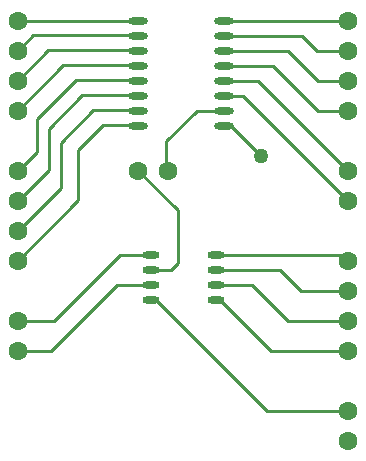
<source format=gtl>
G04*
G04 #@! TF.GenerationSoftware,Altium Limited,Altium Designer,18.1.9 (240)*
G04*
G04 Layer_Physical_Order=1*
G04 Layer_Color=255*
%FSLAX25Y25*%
%MOIN*%
G70*
G01*
G75*
%ADD12C,0.01000*%
%ADD15O,0.05709X0.02362*%
%ADD16O,0.06496X0.02362*%
%ADD21C,0.06299*%
%ADD22C,0.05000*%
D12*
X92776Y108405D02*
X99685Y101496D01*
X71358Y108405D02*
X92776D01*
X99685Y101496D02*
X115512D01*
X95512Y91496D02*
X115512D01*
X83602Y103405D02*
X95512Y91496D01*
X71358Y103405D02*
X83602D01*
X80492Y166516D02*
X115512Y131496D01*
X74114Y166516D02*
X80492D01*
X19685Y135669D02*
Y150847D01*
X5512Y121496D02*
X19685Y135669D01*
X15748Y155512D02*
X26831Y166595D01*
X15748Y141732D02*
Y155512D01*
X26831Y166595D02*
X45492D01*
X30433Y161594D02*
X45492D01*
X19685Y150847D02*
X30433Y161594D01*
X33858Y156595D02*
X45492D01*
X25591Y148327D02*
X33858Y156595D01*
X25591Y131574D02*
Y148327D01*
X58661Y110768D02*
Y128347D01*
X45512Y141496D02*
X58661Y128347D01*
X56299Y108405D02*
X58661Y110768D01*
X89764Y81496D02*
X115512D01*
X72854Y98405D02*
X89764Y81496D01*
X71358Y98405D02*
X72854D01*
X88504Y61496D02*
X115512D01*
X51595Y98405D02*
X88504Y61496D01*
X49902Y98405D02*
X51595D01*
X76555Y156516D02*
X86614Y146457D01*
X74114Y156516D02*
X76555D01*
X65059Y161516D02*
X74114D01*
X54917Y151374D02*
X65059Y161516D01*
X54917Y142090D02*
Y151374D01*
X105020Y181496D02*
X115512D01*
X100000Y186516D02*
X105020Y181496D01*
X74114Y186516D02*
X100000D01*
X105334Y171496D02*
X115512D01*
X95315Y181516D02*
X105334Y171496D01*
X74114Y181516D02*
X95315D01*
X105413Y161496D02*
X115512D01*
X90394Y176516D02*
X105413Y161496D01*
X74114Y176516D02*
X90394D01*
X39469Y113406D02*
X49902D01*
X17559Y91496D02*
X39469Y113406D01*
X5512Y91496D02*
X17559D01*
X38445Y103405D02*
X49902D01*
X16535Y81496D02*
X38445Y103405D01*
X5512Y81496D02*
X16535D01*
X11811Y158661D02*
X24744Y171595D01*
X11811Y147795D02*
Y158661D01*
X24744Y171595D02*
X45492D01*
X5512Y131496D02*
X15748Y141732D01*
X5512Y141496D02*
X11811Y147795D01*
X5512Y111496D02*
X25591Y131574D01*
X49902Y108405D02*
X56299D01*
X5531Y191516D02*
X45571D01*
X5512Y191496D02*
X5531Y191516D01*
X113602Y113406D02*
X115512Y111496D01*
X71358Y113406D02*
X113602D01*
X85492Y171516D02*
X115512Y141496D01*
X74114Y171516D02*
X85492D01*
X115492Y191516D02*
X115512Y191496D01*
X74114Y191516D02*
X115492D01*
X45492Y156595D02*
X45571Y156516D01*
X45492Y161594D02*
X45571Y161516D01*
X45492Y166595D02*
X45571Y166516D01*
X45492Y171595D02*
X45571Y171516D01*
X45492Y176594D02*
X45571Y176516D01*
X20610Y176594D02*
X45492D01*
Y181595D02*
X45571Y181516D01*
X15610Y181595D02*
X45492D01*
Y186594D02*
X45571Y186516D01*
X10610Y186594D02*
X45492D01*
X114803Y62205D02*
X115512Y61496D01*
X54917Y142090D02*
X55512Y141496D01*
X5512Y161496D02*
X20610Y176594D01*
X5512Y171496D02*
X15610Y181595D01*
X5512Y181496D02*
X10610Y186594D01*
D15*
X49902Y113406D02*
D03*
Y108405D02*
D03*
Y103405D02*
D03*
Y98405D02*
D03*
X71358Y113406D02*
D03*
Y108405D02*
D03*
Y103405D02*
D03*
Y98405D02*
D03*
D16*
X45571Y191516D02*
D03*
Y186516D02*
D03*
Y181516D02*
D03*
Y176516D02*
D03*
Y171516D02*
D03*
Y166516D02*
D03*
Y161516D02*
D03*
Y156516D02*
D03*
X74114Y191516D02*
D03*
Y186516D02*
D03*
Y181516D02*
D03*
Y176516D02*
D03*
Y171516D02*
D03*
Y166516D02*
D03*
Y161516D02*
D03*
Y156516D02*
D03*
D21*
X115512Y51496D02*
D03*
Y61496D02*
D03*
X45512Y141496D02*
D03*
X55512D02*
D03*
X5512D02*
D03*
Y131496D02*
D03*
Y121496D02*
D03*
Y111496D02*
D03*
Y91496D02*
D03*
Y81496D02*
D03*
X5512Y191496D02*
D03*
Y181496D02*
D03*
Y171496D02*
D03*
Y161496D02*
D03*
X115512D02*
D03*
Y171496D02*
D03*
Y181496D02*
D03*
Y191496D02*
D03*
Y131496D02*
D03*
Y141496D02*
D03*
Y111496D02*
D03*
Y101496D02*
D03*
Y91496D02*
D03*
Y81496D02*
D03*
D22*
X86614Y146457D02*
D03*
M02*

</source>
